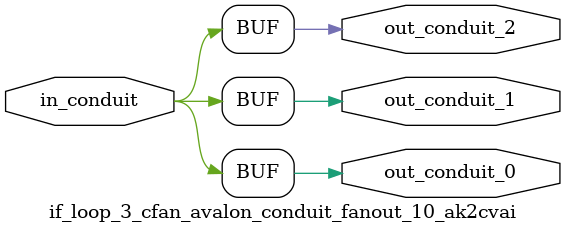
<source format=sv>


 


// --------------------------------------------------------------------------------
//| Avalon Conduit Fan-Out
// --------------------------------------------------------------------------------

// ------------------------------------------
// Generation parameters:
//   output_name:       if_loop_3_cfan_avalon_conduit_fanout_10_ak2cvai
//   numFanOut:         3
//   
// ------------------------------------------

module if_loop_3_cfan_avalon_conduit_fanout_10_ak2cvai (     

// Interface: out_conduit_0
 output                    out_conduit_0,
// Interface: out_conduit_1
 output                    out_conduit_1,
// Interface: out_conduit_2
 output                    out_conduit_2,

// Interface: in_conduit
 input                   in_conduit

);

   assign  out_conduit_0 = in_conduit;
   assign  out_conduit_1 = in_conduit;
   assign  out_conduit_2 = in_conduit;

endmodule //


</source>
